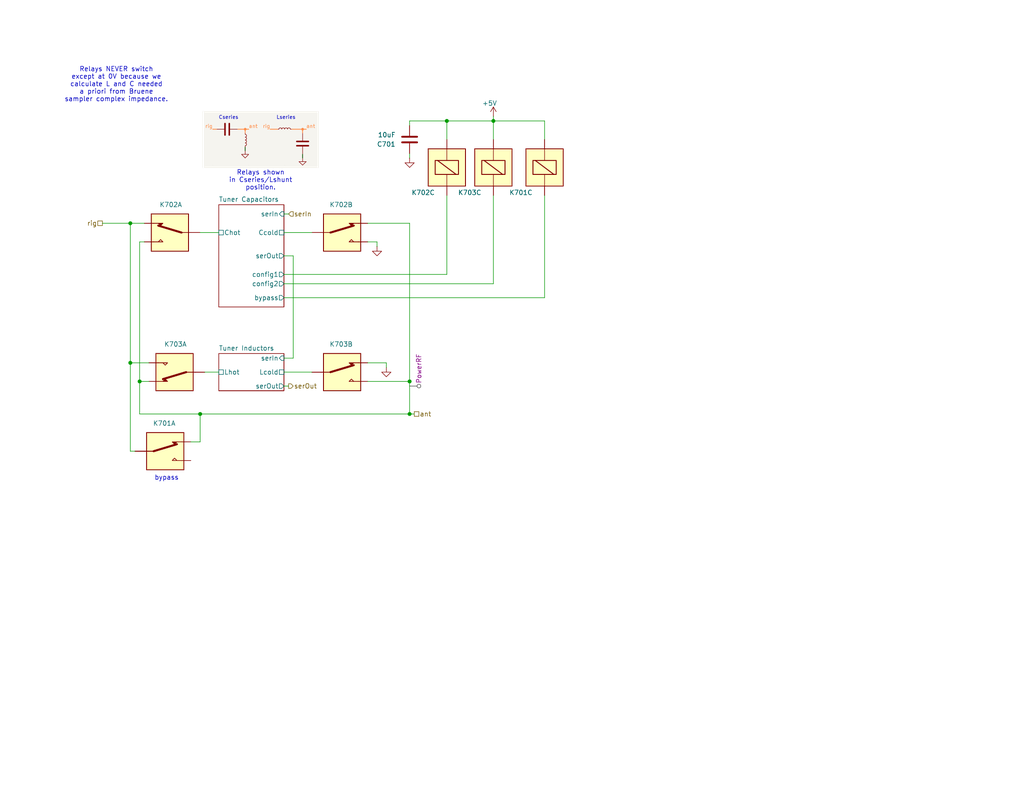
<source format=kicad_sch>
(kicad_sch (version 20250114) (generator "eeschema") (generator_version "9.0")
  (paper "USLetter")
  (title_block (title "Antenna Tuner") (date "2025-10-30") (company "WB7NAB") (comment 1 "Alan Mimms"))
  (lib_symbols
    (symbol "Device:C" (pin_numbers (hide yes)) (pin_names (offset 0.254))
      (property "Reference" "C" (at 0.635 2.54 0))
      (property "Value" "C" (at 0.635 -2.54 0))
      (symbol "C_0_1"
        (polyline (pts (xy -2.032 0.762) (xy 2.032 0.762)) (stroke (width 0.508)))
        (polyline (pts (xy -2.032 -0.762) (xy 2.032 -0.762)) (stroke (width 0.508)))
      )
      (symbol "C_1_1"
        (pin passive line (at 0 3.81 270) (length 2.794) (name "~") (number "1"))
        (pin passive line (at 0 -3.81 90) (length 2.794) (name "~") (number "2"))
      )
    )
    (symbol "TQ2-5V_1" (pin_numbers (hide yes)) (pin_names (hide yes))
      (property "Reference" "K" (at 6.35 2.794 0))
      (property "Value" "TQ2-5V" (at 9.398 0.762 0))
      (symbol "TQ2-5V_1_1_1"
        (rectangle (start -5.08 5.715) (end 5.08 -4.445) (stroke (width 0.254)) (fill (type background)))
        (polyline (pts (xy -2.54 5.08) (xy -2.54 2.54) (xy -1.905 3.175) (xy -2.54 3.81)) (fill (type outline)))
        (polyline (pts (xy -2.54 5.08) (xy -2.54 2.54) (xy -1.905 3.175) (xy -2.54 3.81)) (fill (type outline)))
        (polyline (pts (xy 0 -2.54) (xy -1.905 3.81)) (stroke (width 0.508)))
        (polyline (pts (xy 0 -2.54) (xy -1.905 3.81)) (stroke (width 0.508)))
        (polyline (pts (xy 0 -2.54) (xy 0 -5.08)))
        (polyline (pts (xy 0 -2.54) (xy 0 -5.08)))
        (polyline (pts (xy 0 -5.08) (xy 0 -1.905)))
        (polyline (pts (xy 2.54 5.08) (xy 2.54 2.54) (xy 1.905 3.175) (xy 2.54 3.81)))
        (polyline (pts (xy 2.54 5.08) (xy 2.54 2.54) (xy 1.905 3.175) (xy 2.54 3.81)))
        (pin passive line (at -2.54 7.62 270) (length 2.54) (name "NC1") (number "5"))
        (pin passive line (at -2.54 7.62 270) (length 2.54) (name "~") (number "6"))
        (pin passive line (at 0 -7.62 90) (length 2.54) (name "~") (number "16"))
        (pin passive line (at 0 -7.62 90) (length 2.54) (name "T1") (number "3"))
        (pin passive line (at 0 -7.62 90) (length 2.54) (name "~") (number "4"))
        (pin passive line (at 2.54 7.62 270) (length 2.54) (name "NO1") (number "4"))
        (pin passive line (at 2.54 7.62 270) (length 2.54) (name "~") (number "9"))
      )
      (symbol "TQ2-5V_1_2_1"
        (rectangle (start -5.08 5.715) (end 5.08 -4.445) (stroke (width 0.254)) (fill (type background)))
        (polyline (pts (xy -2.54 5.08) (xy -2.54 2.54) (xy -1.905 3.175) (xy -2.54 3.81)) (fill (type outline)))
        (polyline (pts (xy -2.54 5.08) (xy -2.54 2.54) (xy -1.905 3.175) (xy -2.54 3.81)) (fill (type outline)))
        (polyline (pts (xy 0 -2.54) (xy -1.905 3.81)) (stroke (width 0.508)))
        (polyline (pts (xy 0 -2.54) (xy -1.905 3.81)) (stroke (width 0.508)))
        (polyline (pts (xy 0 -2.54) (xy 0 -5.08)))
        (polyline (pts (xy 0 -2.54) (xy 0 -5.08)))
        (polyline (pts (xy 0 -5.08) (xy 0 -1.905)))
        (polyline (pts (xy 2.54 5.08) (xy 2.54 2.54) (xy 1.905 3.175) (xy 2.54 3.81)))
        (polyline (pts (xy 2.54 5.08) (xy 2.54 2.54) (xy 1.905 3.175) (xy 2.54 3.81)))
        (pin passive line (at -2.54 7.62 270) (length 2.54) (name "~") (number "6"))
        (pin passive line (at -2.54 7.62 270) (length 2.54) (name "NC2") (number "8"))
        (pin passive line (at 0 -7.62 90) (length 2.54) (name "~") (number "16"))
        (pin passive line (at 0 -7.62 90) (length 2.54) (name "~") (number "4"))
        (pin passive line (at 0 -7.62 90) (length 2.54) (name "T2") (number "6"))
        (pin passive line (at 2.54 7.62 270) (length 2.54) (name "NO2") (number "9"))
        (pin passive line (at 2.54 7.62 270) (length 2.54) (name "~") (number "9"))
      )
      (symbol "TQ2-5V_1_3_1"
        (rectangle (start -5.08 5.08) (end 5.08 -5.08) (stroke (width 0.254)) (fill (type background)))
        (rectangle (start -3.175 1.905) (end 3.175 -1.905) (stroke (width 0.254)))
        (polyline (pts (xy -2.54 -1.905) (xy 2.54 1.905)) (stroke (width 0.254)))
        (polyline (pts (xy 0 5.08) (xy 0 1.905)))
        (polyline (pts (xy 0 -5.08) (xy 0 -1.905)))
        (pin passive line (at 0 7.62 270) (length 2.54) (name "C1") (number "9"))
        (pin passive line (at 0 -7.62 90) (length 2.54) (name "C2") (number "10"))
      )
    )
    (symbol "TQ2-5V_17" (pin_numbers (hide yes)) (pin_names (hide yes))
      (property "Reference" "K" (at 6.35 2.794 0))
      (property "Value" "TQ2-5V" (at 9.398 0.762 0))
      (symbol "TQ2-5V_17_1_1"
        (rectangle (start -5.08 5.715) (end 5.08 -4.445) (stroke (width 0.254)) (fill (type background)))
        (polyline (pts (xy -2.54 5.08) (xy -2.54 2.54) (xy -1.905 3.175) (xy -2.54 3.81)) (fill (type outline)))
        (polyline (pts (xy -2.54 5.08) (xy -2.54 2.54) (xy -1.905 3.175) (xy -2.54 3.81)) (fill (type outline)))
        (polyline (pts (xy 0 -2.54) (xy -1.905 3.81)) (stroke (width 0.508)))
        (polyline (pts (xy 0 -2.54) (xy -1.905 3.81)) (stroke (width 0.508)))
        (polyline (pts (xy 0 -2.54) (xy 0 -5.08)))
        (polyline (pts (xy 0 -2.54) (xy 0 -5.08)))
        (polyline (pts (xy 0 -5.08) (xy 0 -1.905)))
        (polyline (pts (xy 2.54 5.08) (xy 2.54 2.54) (xy 1.905 3.175) (xy 2.54 3.81)))
        (polyline (pts (xy 2.54 5.08) (xy 2.54 2.54) (xy 1.905 3.175) (xy 2.54 3.81)))
        (pin passive line (at -2.54 7.62 270) (length 2.54) (name "NC1") (number "5"))
        (pin passive line (at -2.54 7.62 270) (length 2.54) (name "~") (number "6"))
        (pin passive line (at 0 -7.62 90) (length 2.54) (name "~") (number "16"))
        (pin passive line (at 0 -7.62 90) (length 2.54) (name "T1") (number "3"))
        (pin passive line (at 0 -7.62 90) (length 2.54) (name "~") (number "4"))
        (pin passive line (at 2.54 7.62 270) (length 2.54) (name "NO1") (number "4"))
        (pin passive line (at 2.54 7.62 270) (length 2.54) (name "~") (number "9"))
      )
      (symbol "TQ2-5V_17_2_1"
        (rectangle (start -5.08 5.715) (end 5.08 -4.445) (stroke (width 0.254)) (fill (type background)))
        (polyline (pts (xy -2.54 5.08) (xy -2.54 2.54) (xy -1.905 3.175) (xy -2.54 3.81)) (fill (type outline)))
        (polyline (pts (xy -2.54 5.08) (xy -2.54 2.54) (xy -1.905 3.175) (xy -2.54 3.81)) (fill (type outline)))
        (polyline (pts (xy 0 -2.54) (xy -1.905 3.81)) (stroke (width 0.508)))
        (polyline (pts (xy 0 -2.54) (xy -1.905 3.81)) (stroke (width 0.508)))
        (polyline (pts (xy 0 -2.54) (xy 0 -5.08)))
        (polyline (pts (xy 0 -2.54) (xy 0 -5.08)))
        (polyline (pts (xy 0 -5.08) (xy 0 -1.905)))
        (polyline (pts (xy 2.54 5.08) (xy 2.54 2.54) (xy 1.905 3.175) (xy 2.54 3.81)))
        (polyline (pts (xy 2.54 5.08) (xy 2.54 2.54) (xy 1.905 3.175) (xy 2.54 3.81)))
        (pin passive line (at -2.54 7.62 270) (length 2.54) (name "~") (number "6"))
        (pin passive line (at -2.54 7.62 270) (length 2.54) (name "NC2") (number "8"))
        (pin passive line (at 0 -7.62 90) (length 2.54) (name "~") (number "16"))
        (pin passive line (at 0 -7.62 90) (length 2.54) (name "~") (number "4"))
        (pin passive line (at 0 -7.62 90) (length 2.54) (name "T2") (number "6"))
        (pin passive line (at 2.54 7.62 270) (length 2.54) (name "NO2") (number "9"))
        (pin passive line (at 2.54 7.62 270) (length 2.54) (name "~") (number "9"))
      )
      (symbol "TQ2-5V_17_3_1"
        (rectangle (start -5.08 5.08) (end 5.08 -5.08) (stroke (width 0.254)) (fill (type background)))
        (rectangle (start -3.175 1.905) (end 3.175 -1.905) (stroke (width 0.254)))
        (polyline (pts (xy -2.54 -1.905) (xy 2.54 1.905)) (stroke (width 0.254)))
        (polyline (pts (xy 0 5.08) (xy 0 1.905)))
        (polyline (pts (xy 0 -5.08) (xy 0 -1.905)))
        (pin passive line (at 0 7.62 270) (length 2.54) (name "C1") (number "9"))
        (pin passive line (at 0 -7.62 90) (length 2.54) (name "C2") (number "10"))
      )
    )
    (symbol "TQ2-5V_2" (pin_numbers (hide yes)) (pin_names (hide yes))
      (property "Reference" "K" (at 6.35 2.794 0))
      (property "Value" "TQ2-5V" (at 9.398 0.762 0))
      (symbol "TQ2-5V_2_1_1"
        (rectangle (start -5.08 5.715) (end 5.08 -4.445) (stroke (width 0.254)) (fill (type background)))
        (polyline (pts (xy -2.54 5.08) (xy -2.54 2.54) (xy -1.905 3.175) (xy -2.54 3.81)) (fill (type outline)))
        (polyline (pts (xy -2.54 5.08) (xy -2.54 2.54) (xy -1.905 3.175) (xy -2.54 3.81)) (fill (type outline)))
        (polyline (pts (xy 0 -2.54) (xy -1.905 3.81)) (stroke (width 0.508)))
        (polyline (pts (xy 0 -2.54) (xy -1.905 3.81)) (stroke (width 0.508)))
        (polyline (pts (xy 0 -2.54) (xy 0 -5.08)))
        (polyline (pts (xy 0 -2.54) (xy 0 -5.08)))
        (polyline (pts (xy 0 -5.08) (xy 0 -1.905)))
        (polyline (pts (xy 2.54 5.08) (xy 2.54 2.54) (xy 1.905 3.175) (xy 2.54 3.81)))
        (polyline (pts (xy 2.54 5.08) (xy 2.54 2.54) (xy 1.905 3.175) (xy 2.54 3.81)))
        (pin passive line (at -2.54 7.62 270) (length 2.54) (name "NC1") (number "5"))
        (pin passive line (at -2.54 7.62 270) (length 2.54) (name "~") (number "6"))
        (pin passive line (at 0 -7.62 90) (length 2.54) (name "~") (number "16"))
        (pin passive line (at 0 -7.62 90) (length 2.54) (name "T1") (number "3"))
        (pin passive line (at 0 -7.62 90) (length 2.54) (name "~") (number "4"))
        (pin passive line (at 2.54 7.62 270) (length 2.54) (name "NO1") (number "4"))
        (pin passive line (at 2.54 7.62 270) (length 2.54) (name "~") (number "9"))
      )
      (symbol "TQ2-5V_2_2_1"
        (rectangle (start -5.08 5.715) (end 5.08 -4.445) (stroke (width 0.254)) (fill (type background)))
        (polyline (pts (xy -2.54 5.08) (xy -2.54 2.54) (xy -1.905 3.175) (xy -2.54 3.81)) (fill (type outline)))
        (polyline (pts (xy -2.54 5.08) (xy -2.54 2.54) (xy -1.905 3.175) (xy -2.54 3.81)) (fill (type outline)))
        (polyline (pts (xy 0 -2.54) (xy -1.905 3.81)) (stroke (width 0.508)))
        (polyline (pts (xy 0 -2.54) (xy -1.905 3.81)) (stroke (width 0.508)))
        (polyline (pts (xy 0 -2.54) (xy 0 -5.08)))
        (polyline (pts (xy 0 -2.54) (xy 0 -5.08)))
        (polyline (pts (xy 0 -5.08) (xy 0 -1.905)))
        (polyline (pts (xy 2.54 5.08) (xy 2.54 2.54) (xy 1.905 3.175) (xy 2.54 3.81)))
        (polyline (pts (xy 2.54 5.08) (xy 2.54 2.54) (xy 1.905 3.175) (xy 2.54 3.81)))
        (pin passive line (at -2.54 7.62 270) (length 2.54) (name "~") (number "6"))
        (pin passive line (at -2.54 7.62 270) (length 2.54) (name "NC2") (number "8"))
        (pin passive line (at 0 -7.62 90) (length 2.54) (name "~") (number "16"))
        (pin passive line (at 0 -7.62 90) (length 2.54) (name "~") (number "4"))
        (pin passive line (at 0 -7.62 90) (length 2.54) (name "T2") (number "6"))
        (pin passive line (at 2.54 7.62 270) (length 2.54) (name "NO2") (number "9"))
        (pin passive line (at 2.54 7.62 270) (length 2.54) (name "~") (number "9"))
      )
      (symbol "TQ2-5V_2_3_1"
        (rectangle (start -5.08 5.08) (end 5.08 -5.08) (stroke (width 0.254)) (fill (type background)))
        (rectangle (start -3.175 1.905) (end 3.175 -1.905) (stroke (width 0.254)))
        (polyline (pts (xy -2.54 -1.905) (xy 2.54 1.905)) (stroke (width 0.254)))
        (polyline (pts (xy 0 5.08) (xy 0 1.905)))
        (polyline (pts (xy 0 -5.08) (xy 0 -1.905)))
        (pin passive line (at 0 7.62 270) (length 2.54) (name "C1") (number "9"))
        (pin passive line (at 0 -7.62 90) (length 2.54) (name "C2") (number "10"))
      )
    )
    (symbol "TQ2-5V_3" (pin_numbers (hide yes)) (pin_names (hide yes))
      (property "Reference" "K" (at 6.35 2.794 0))
      (property "Value" "TQ2-5V" (at 9.398 0.762 0))
      (symbol "TQ2-5V_3_1_1"
        (rectangle (start -5.08 5.715) (end 5.08 -4.445) (stroke (width 0.254)) (fill (type background)))
        (polyline (pts (xy -2.54 5.08) (xy -2.54 2.54) (xy -1.905 3.175) (xy -2.54 3.81)) (fill (type outline)))
        (polyline (pts (xy -2.54 5.08) (xy -2.54 2.54) (xy -1.905 3.175) (xy -2.54 3.81)) (fill (type outline)))
        (polyline (pts (xy 0 -2.54) (xy -1.905 3.81)) (stroke (width 0.508)))
        (polyline (pts (xy 0 -2.54) (xy -1.905 3.81)) (stroke (width 0.508)))
        (polyline (pts (xy 0 -2.54) (xy 0 -5.08)))
        (polyline (pts (xy 0 -2.54) (xy 0 -5.08)))
        (polyline (pts (xy 0 -5.08) (xy 0 -1.905)))
        (polyline (pts (xy 2.54 5.08) (xy 2.54 2.54) (xy 1.905 3.175) (xy 2.54 3.81)))
        (polyline (pts (xy 2.54 5.08) (xy 2.54 2.54) (xy 1.905 3.175) (xy 2.54 3.81)))
        (pin passive line (at -2.54 7.62 270) (length 2.54) (name "NC1") (number "5"))
        (pin passive line (at -2.54 7.62 270) (length 2.54) (name "~") (number "6"))
        (pin passive line (at 0 -7.62 90) (length 2.54) (name "~") (number "16"))
        (pin passive line (at 0 -7.62 90) (length 2.54) (name "T1") (number "3"))
        (pin passive line (at 0 -7.62 90) (length 2.54) (name "~") (number "4"))
        (pin passive line (at 2.54 7.62 270) (length 2.54) (name "NO1") (number "4"))
        (pin passive line (at 2.54 7.62 270) (length 2.54) (name "~") (number "9"))
      )
      (symbol "TQ2-5V_3_2_1"
        (rectangle (start -5.08 5.715) (end 5.08 -4.445) (stroke (width 0.254)) (fill (type background)))
        (polyline (pts (xy -2.54 5.08) (xy -2.54 2.54) (xy -1.905 3.175) (xy -2.54 3.81)) (fill (type outline)))
        (polyline (pts (xy -2.54 5.08) (xy -2.54 2.54) (xy -1.905 3.175) (xy -2.54 3.81)) (fill (type outline)))
        (polyline (pts (xy 0 -2.54) (xy -1.905 3.81)) (stroke (width 0.508)))
        (polyline (pts (xy 0 -2.54) (xy -1.905 3.81)) (stroke (width 0.508)))
        (polyline (pts (xy 0 -2.54) (xy 0 -5.08)))
        (polyline (pts (xy 0 -2.54) (xy 0 -5.08)))
        (polyline (pts (xy 0 -5.08) (xy 0 -1.905)))
        (polyline (pts (xy 2.54 5.08) (xy 2.54 2.54) (xy 1.905 3.175) (xy 2.54 3.81)))
        (polyline (pts (xy 2.54 5.08) (xy 2.54 2.54) (xy 1.905 3.175) (xy 2.54 3.81)))
        (pin passive line (at -2.54 7.62 270) (length 2.54) (name "~") (number "6"))
        (pin passive line (at -2.54 7.62 270) (length 2.54) (name "NC2") (number "8"))
        (pin passive line (at 0 -7.62 90) (length 2.54) (name "~") (number "16"))
        (pin passive line (at 0 -7.62 90) (length 2.54) (name "~") (number "4"))
        (pin passive line (at 0 -7.62 90) (length 2.54) (name "T2") (number "6"))
        (pin passive line (at 2.54 7.62 270) (length 2.54) (name "NO2") (number "9"))
        (pin passive line (at 2.54 7.62 270) (length 2.54) (name "~") (number "9"))
      )
      (symbol "TQ2-5V_3_3_1"
        (rectangle (start -5.08 5.08) (end 5.08 -5.08) (stroke (width 0.254)) (fill (type background)))
        (rectangle (start -3.175 1.905) (end 3.175 -1.905) (stroke (width 0.254)))
        (polyline (pts (xy -2.54 -1.905) (xy 2.54 1.905)) (stroke (width 0.254)))
        (polyline (pts (xy 0 5.08) (xy 0 1.905)))
        (polyline (pts (xy 0 -5.08) (xy 0 -1.905)))
        (pin passive line (at 0 7.62 270) (length 2.54) (name "C1") (number "9"))
        (pin passive line (at 0 -7.62 90) (length 2.54) (name "C2") (number "10"))
      )
    )
    (symbol "TQ2-5V_4" (pin_numbers (hide yes)) (pin_names (hide yes))
      (property "Reference" "K" (at 6.35 2.794 0))
      (property "Value" "TQ2-5V" (at 9.398 0.762 0))
      (symbol "TQ2-5V_4_1_1"
        (rectangle (start -5.08 5.715) (end 5.08 -4.445) (stroke (width 0.254)) (fill (type background)))
        (polyline (pts (xy -2.54 5.08) (xy -2.54 2.54) (xy -1.905 3.175) (xy -2.54 3.81)) (fill (type outline)))
        (polyline (pts (xy -2.54 5.08) (xy -2.54 2.54) (xy -1.905 3.175) (xy -2.54 3.81)) (fill (type outline)))
        (polyline (pts (xy 0 -2.54) (xy -1.905 3.81)) (stroke (width 0.508)))
        (polyline (pts (xy 0 -2.54) (xy -1.905 3.81)) (stroke (width 0.508)))
        (polyline (pts (xy 0 -2.54) (xy 0 -5.08)))
        (polyline (pts (xy 0 -2.54) (xy 0 -5.08)))
        (polyline (pts (xy 0 -5.08) (xy 0 -1.905)))
        (polyline (pts (xy 2.54 5.08) (xy 2.54 2.54) (xy 1.905 3.175) (xy 2.54 3.81)))
        (polyline (pts (xy 2.54 5.08) (xy 2.54 2.54) (xy 1.905 3.175) (xy 2.54 3.81)))
        (pin passive line (at -2.54 7.62 270) (length 2.54) (name "NC1") (number "5"))
        (pin passive line (at -2.54 7.62 270) (length 2.54) (name "~") (number "6"))
        (pin passive line (at 0 -7.62 90) (length 2.54) (name "~") (number "16"))
        (pin passive line (at 0 -7.62 90) (length 2.54) (name "T1") (number "3"))
        (pin passive line (at 0 -7.62 90) (length 2.54) (name "~") (number "4"))
        (pin passive line (at 2.54 7.62 270) (length 2.54) (name "NO1") (number "4"))
        (pin passive line (at 2.54 7.62 270) (length 2.54) (name "~") (number "9"))
      )
      (symbol "TQ2-5V_4_2_1"
        (rectangle (start -5.08 5.715) (end 5.08 -4.445) (stroke (width 0.254)) (fill (type background)))
        (polyline (pts (xy -2.54 5.08) (xy -2.54 2.54) (xy -1.905 3.175) (xy -2.54 3.81)) (fill (type outline)))
        (polyline (pts (xy -2.54 5.08) (xy -2.54 2.54) (xy -1.905 3.175) (xy -2.54 3.81)) (fill (type outline)))
        (polyline (pts (xy 0 -2.54) (xy -1.905 3.81)) (stroke (width 0.508)))
        (polyline (pts (xy 0 -2.54) (xy -1.905 3.81)) (stroke (width 0.508)))
        (polyline (pts (xy 0 -2.54) (xy 0 -5.08)))
        (polyline (pts (xy 0 -2.54) (xy 0 -5.08)))
        (polyline (pts (xy 0 -5.08) (xy 0 -1.905)))
        (polyline (pts (xy 2.54 5.08) (xy 2.54 2.54) (xy 1.905 3.175) (xy 2.54 3.81)))
        (polyline (pts (xy 2.54 5.08) (xy 2.54 2.54) (xy 1.905 3.175) (xy 2.54 3.81)))
        (pin passive line (at -2.54 7.62 270) (length 2.54) (name "~") (number "6"))
        (pin passive line (at -2.54 7.62 270) (length 2.54) (name "NC2") (number "8"))
        (pin passive line (at 0 -7.62 90) (length 2.54) (name "~") (number "16"))
        (pin passive line (at 0 -7.62 90) (length 2.54) (name "~") (number "4"))
        (pin passive line (at 0 -7.62 90) (length 2.54) (name "T2") (number "6"))
        (pin passive line (at 2.54 7.62 270) (length 2.54) (name "NO2") (number "9"))
        (pin passive line (at 2.54 7.62 270) (length 2.54) (name "~") (number "9"))
      )
      (symbol "TQ2-5V_4_3_1"
        (rectangle (start -5.08 5.08) (end 5.08 -5.08) (stroke (width 0.254)) (fill (type background)))
        (rectangle (start -3.175 1.905) (end 3.175 -1.905) (stroke (width 0.254)))
        (polyline (pts (xy -2.54 -1.905) (xy 2.54 1.905)) (stroke (width 0.254)))
        (polyline (pts (xy 0 5.08) (xy 0 1.905)))
        (polyline (pts (xy 0 -5.08) (xy 0 -1.905)))
        (pin passive line (at 0 7.62 270) (length 2.54) (name "C1") (number "9"))
        (pin passive line (at 0 -7.62 90) (length 2.54) (name "C2") (number "10"))
      )
    )
    (symbol "TQ2-5V_5" (pin_numbers (hide yes)) (pin_names (hide yes))
      (property "Reference" "K" (at 6.35 2.794 0))
      (property "Value" "TQ2-5V" (at 9.398 0.762 0))
      (symbol "TQ2-5V_5_1_1"
        (rectangle (start -5.08 5.715) (end 5.08 -4.445) (stroke (width 0.254)) (fill (type background)))
        (polyline (pts (xy -2.54 5.08) (xy -2.54 2.54) (xy -1.905 3.175) (xy -2.54 3.81)) (fill (type outline)))
        (polyline (pts (xy -2.54 5.08) (xy -2.54 2.54) (xy -1.905 3.175) (xy -2.54 3.81)) (fill (type outline)))
        (polyline (pts (xy 0 -2.54) (xy -1.905 3.81)) (stroke (width 0.508)))
        (polyline (pts (xy 0 -2.54) (xy -1.905 3.81)) (stroke (width 0.508)))
        (polyline (pts (xy 0 -2.54) (xy 0 -5.08)))
        (polyline (pts (xy 0 -2.54) (xy 0 -5.08)))
        (polyline (pts (xy 0 -5.08) (xy 0 -1.905)))
        (polyline (pts (xy 2.54 5.08) (xy 2.54 2.54) (xy 1.905 3.175) (xy 2.54 3.81)))
        (polyline (pts (xy 2.54 5.08) (xy 2.54 2.54) (xy 1.905 3.175) (xy 2.54 3.81)))
        (pin passive line (at -2.54 7.62 270) (length 2.54) (name "NC1") (number "5"))
        (pin passive line (at -2.54 7.62 270) (length 2.54) (name "~") (number "6"))
        (pin passive line (at 0 -7.62 90) (length 2.54) (name "~") (number "16"))
        (pin passive line (at 0 -7.62 90) (length 2.54) (name "T1") (number "3"))
        (pin passive line (at 0 -7.62 90) (length 2.54) (name "~") (number "4"))
        (pin passive line (at 2.54 7.62 270) (length 2.54) (name "NO1") (number "4"))
        (pin passive line (at 2.54 7.62 270) (length 2.54) (name "~") (number "9"))
      )
      (symbol "TQ2-5V_5_2_1"
        (rectangle (start -5.08 5.715) (end 5.08 -4.445) (stroke (width 0.254)) (fill (type background)))
        (polyline (pts (xy -2.54 5.08) (xy -2.54 2.54) (xy -1.905 3.175) (xy -2.54 3.81)) (fill (type outline)))
        (polyline (pts (xy -2.54 5.08) (xy -2.54 2.54) (xy -1.905 3.175) (xy -2.54 3.81)) (fill (type outline)))
        (polyline (pts (xy 0 -2.54) (xy -1.905 3.81)) (stroke (width 0.508)))
        (polyline (pts (xy 0 -2.54) (xy -1.905 3.81)) (stroke (width 0.508)))
        (polyline (pts (xy 0 -2.54) (xy 0 -5.08)))
        (polyline (pts (xy 0 -2.54) (xy 0 -5.08)))
        (polyline (pts (xy 0 -5.08) (xy 0 -1.905)))
        (polyline (pts (xy 2.54 5.08) (xy 2.54 2.54) (xy 1.905 3.175) (xy 2.54 3.81)))
        (polyline (pts (xy 2.54 5.08) (xy 2.54 2.54) (xy 1.905 3.175) (xy 2.54 3.81)))
        (pin passive line (at -2.54 7.62 270) (length 2.54) (name "~") (number "6"))
        (pin passive line (at -2.54 7.62 270) (length 2.54) (name "NC2") (number "8"))
        (pin passive line (at 0 -7.62 90) (length 2.54) (name "~") (number "16"))
        (pin passive line (at 0 -7.62 90) (length 2.54) (name "~") (number "4"))
        (pin passive line (at 0 -7.62 90) (length 2.54) (name "T2") (number "6"))
        (pin passive line (at 2.54 7.62 270) (length 2.54) (name "NO2") (number "9"))
        (pin passive line (at 2.54 7.62 270) (length 2.54) (name "~") (number "9"))
      )
      (symbol "TQ2-5V_5_3_1"
        (rectangle (start -5.08 5.08) (end 5.08 -5.08) (stroke (width 0.254)) (fill (type background)))
        (rectangle (start -3.175 1.905) (end 3.175 -1.905) (stroke (width 0.254)))
        (polyline (pts (xy -2.54 -1.905) (xy 2.54 1.905)) (stroke (width 0.254)))
        (polyline (pts (xy 0 5.08) (xy 0 1.905)))
        (polyline (pts (xy 0 -5.08) (xy 0 -1.905)))
        (pin passive line (at 0 7.62 270) (length 2.54) (name "C1") (number "9"))
        (pin passive line (at 0 -7.62 90) (length 2.54) (name "C2") (number "10"))
      )
    )
    (symbol "TQ2-5V_6" (pin_numbers (hide yes)) (pin_names (hide yes))
      (property "Reference" "K" (at 6.35 2.794 0))
      (property "Value" "TQ2-5V" (at 9.398 0.762 0))
      (symbol "TQ2-5V_6_1_1"
        (rectangle (start -5.08 5.715) (end 5.08 -4.445) (stroke (width 0.254)) (fill (type background)))
        (polyline (pts (xy -2.54 5.08) (xy -2.54 2.54) (xy -1.905 3.175) (xy -2.54 3.81)) (fill (type outline)))
        (polyline (pts (xy -2.54 5.08) (xy -2.54 2.54) (xy -1.905 3.175) (xy -2.54 3.81)) (fill (type outline)))
        (polyline (pts (xy 0 -2.54) (xy -1.905 3.81)) (stroke (width 0.508)))
        (polyline (pts (xy 0 -2.54) (xy -1.905 3.81)) (stroke (width 0.508)))
        (polyline (pts (xy 0 -2.54) (xy 0 -5.08)))
        (polyline (pts (xy 0 -2.54) (xy 0 -5.08)))
        (polyline (pts (xy 0 -5.08) (xy 0 -1.905)))
        (polyline (pts (xy 2.54 5.08) (xy 2.54 2.54) (xy 1.905 3.175) (xy 2.54 3.81)))
        (polyline (pts (xy 2.54 5.08) (xy 2.54 2.54) (xy 1.905 3.175) (xy 2.54 3.81)))
        (pin passive line (at -2.54 7.62 270) (length 2.54) (name "NC1") (number "5"))
        (pin passive line (at -2.54 7.62 270) (length 2.54) (name "~") (number "6"))
        (pin passive line (at 0 -7.62 90) (length 2.54) (name "~") (number "16"))
        (pin passive line (at 0 -7.62 90) (length 2.54) (name "T1") (number "3"))
        (pin passive line (at 0 -7.62 90) (length 2.54) (name "~") (number "4"))
        (pin passive line (at 2.54 7.62 270) (length 2.54) (name "NO1") (number "4"))
        (pin passive line (at 2.54 7.62 270) (length 2.54) (name "~") (number "9"))
      )
      (symbol "TQ2-5V_6_2_1"
        (rectangle (start -5.08 5.715) (end 5.08 -4.445) (stroke (width 0.254)) (fill (type background)))
        (polyline (pts (xy -2.54 5.08) (xy -2.54 2.54) (xy -1.905 3.175) (xy -2.54 3.81)) (fill (type outline)))
        (polyline (pts (xy -2.54 5.08) (xy -2.54 2.54) (xy -1.905 3.175) (xy -2.54 3.81)) (fill (type outline)))
        (polyline (pts (xy 0 -2.54) (xy -1.905 3.81)) (stroke (width 0.508)))
        (polyline (pts (xy 0 -2.54) (xy -1.905 3.81)) (stroke (width 0.508)))
        (polyline (pts (xy 0 -2.54) (xy 0 -5.08)))
        (polyline (pts (xy 0 -2.54) (xy 0 -5.08)))
        (polyline (pts (xy 0 -5.08) (xy 0 -1.905)))
        (polyline (pts (xy 2.54 5.08) (xy 2.54 2.54) (xy 1.905 3.175) (xy 2.54 3.81)))
        (polyline (pts (xy 2.54 5.08) (xy 2.54 2.54) (xy 1.905 3.175) (xy 2.54 3.81)))
        (pin passive line (at -2.54 7.62 270) (length 2.54) (name "~") (number "6"))
        (pin passive line (at -2.54 7.62 270) (length 2.54) (name "NC2") (number "8"))
        (pin passive line (at 0 -7.62 90) (length 2.54) (name "~") (number "16"))
        (pin passive line (at 0 -7.62 90) (length 2.54) (name "~") (number "4"))
        (pin passive line (at 0 -7.62 90) (length 2.54) (name "T2") (number "6"))
        (pin passive line (at 2.54 7.62 270) (length 2.54) (name "NO2") (number "9"))
        (pin passive line (at 2.54 7.62 270) (length 2.54) (name "~") (number "9"))
      )
      (symbol "TQ2-5V_6_3_1"
        (rectangle (start -5.08 5.08) (end 5.08 -5.08) (stroke (width 0.254)) (fill (type background)))
        (rectangle (start -3.175 1.905) (end 3.175 -1.905) (stroke (width 0.254)))
        (polyline (pts (xy -2.54 -1.905) (xy 2.54 1.905)) (stroke (width 0.254)))
        (polyline (pts (xy 0 5.08) (xy 0 1.905)))
        (polyline (pts (xy 0 -5.08) (xy 0 -1.905)))
        (pin passive line (at 0 7.62 270) (length 2.54) (name "C1") (number "9"))
        (pin passive line (at 0 -7.62 90) (length 2.54) (name "C2") (number "10"))
      )
    )
    (symbol "TQ2-5V_7" (pin_numbers (hide yes)) (pin_names (hide yes))
      (property "Reference" "K" (at 6.35 2.794 0))
      (property "Value" "TQ2-5V" (at 9.398 0.762 0))
      (symbol "TQ2-5V_7_1_1"
        (rectangle (start -5.08 5.715) (end 5.08 -4.445) (stroke (width 0.254)) (fill (type background)))
        (polyline (pts (xy -2.54 5.08) (xy -2.54 2.54) (xy -1.905 3.175) (xy -2.54 3.81)) (fill (type outline)))
        (polyline (pts (xy -2.54 5.08) (xy -2.54 2.54) (xy -1.905 3.175) (xy -2.54 3.81)) (fill (type outline)))
        (polyline (pts (xy 0 -2.54) (xy -1.905 3.81)) (stroke (width 0.508)))
        (polyline (pts (xy 0 -2.54) (xy -1.905 3.81)) (stroke (width 0.508)))
        (polyline (pts (xy 0 -2.54) (xy 0 -5.08)))
        (polyline (pts (xy 0 -2.54) (xy 0 -5.08)))
        (polyline (pts (xy 0 -5.08) (xy 0 -1.905)))
        (polyline (pts (xy 2.54 5.08) (xy 2.54 2.54) (xy 1.905 3.175) (xy 2.54 3.81)))
        (polyline (pts (xy 2.54 5.08) (xy 2.54 2.54) (xy 1.905 3.175) (xy 2.54 3.81)))
        (pin passive line (at -2.54 7.62 270) (length 2.54) (name "NC1") (number "5"))
        (pin passive line (at -2.54 7.62 270) (length 2.54) (name "~") (number "6"))
        (pin passive line (at 0 -7.62 90) (length 2.54) (name "~") (number "16"))
        (pin passive line (at 0 -7.62 90) (length 2.54) (name "T1") (number "3"))
        (pin passive line (at 0 -7.62 90) (length 2.54) (name "~") (number "4"))
        (pin passive line (at 2.54 7.62 270) (length 2.54) (name "NO1") (number "4"))
        (pin passive line (at 2.54 7.62 270) (length 2.54) (name "~") (number "9"))
      )
      (symbol "TQ2-5V_7_2_1"
        (rectangle (start -5.08 5.715) (end 5.08 -4.445) (stroke (width 0.254)) (fill (type background)))
        (polyline (pts (xy -2.54 5.08) (xy -2.54 2.54) (xy -1.905 3.175) (xy -2.54 3.81)) (fill (type outline)))
        (polyline (pts (xy -2.54 5.08) (xy -2.54 2.54) (xy -1.905 3.175) (xy -2.54 3.81)) (fill (type outline)))
        (polyline (pts (xy 0 -2.54) (xy -1.905 3.81)) (stroke (width 0.508)))
        (polyline (pts (xy 0 -2.54) (xy -1.905 3.81)) (stroke (width 0.508)))
        (polyline (pts (xy 0 -2.54) (xy 0 -5.08)))
        (polyline (pts (xy 0 -2.54) (xy 0 -5.08)))
        (polyline (pts (xy 0 -5.08) (xy 0 -1.905)))
        (polyline (pts (xy 2.54 5.08) (xy 2.54 2.54) (xy 1.905 3.175) (xy 2.54 3.81)))
        (polyline (pts (xy 2.54 5.08) (xy 2.54 2.54) (xy 1.905 3.175) (xy 2.54 3.81)))
        (pin passive line (at -2.54 7.62 270) (length 2.54) (name "~") (number "6"))
        (pin passive line (at -2.54 7.62 270) (length 2.54) (name "NC2") (number "8"))
        (pin passive line (at 0 -7.62 90) (length 2.54) (name "~") (number "16"))
        (pin passive line (at 0 -7.62 90) (length 2.54) (name "~") (number "4"))
        (pin passive line (at 0 -7.62 90) (length 2.54) (name "T2") (number "6"))
        (pin passive line (at 2.54 7.62 270) (length 2.54) (name "NO2") (number "9"))
        (pin passive line (at 2.54 7.62 270) (length 2.54) (name "~") (number "9"))
      )
      (symbol "TQ2-5V_7_3_1"
        (rectangle (start -5.08 5.08) (end 5.08 -5.08) (stroke (width 0.254)) (fill (type background)))
        (rectangle (start -3.175 1.905) (end 3.175 -1.905) (stroke (width 0.254)))
        (polyline (pts (xy -2.54 -1.905) (xy 2.54 1.905)) (stroke (width 0.254)))
        (polyline (pts (xy 0 5.08) (xy 0 1.905)))
        (polyline (pts (xy 0 -5.08) (xy 0 -1.905)))
        (pin passive line (at 0 7.62 270) (length 2.54) (name "C1") (number "9"))
        (pin passive line (at 0 -7.62 90) (length 2.54) (name "C2") (number "10"))
      )
    )
    (symbol "power:+5V" (power) (pin_numbers (hide yes)) (pin_names (offset 0) (hide yes))
      (property "Value" "+5V" (at 0 3.556 0))
      (symbol "+5V_0_1"
        (polyline (pts (xy -0.762 1.27) (xy 0 2.54)))
        (polyline (pts (xy 0 2.54) (xy 0.762 1.27)))
        (polyline (pts (xy 0 0) (xy 0 2.54)))
      )
      (symbol "+5V_1_1"
        (pin power_in line (at 0 0 90) (length 0) (name "~") (number "1"))
      )
    )
    (symbol "power:GND" (power) (pin_numbers (hide yes)) (pin_names (offset 0) (hide yes))
      (property "Value" "GND" (at 0 -3.81 0))
      (symbol "GND_0_1"
        (polyline (pts (xy 0 0) (xy 0 -1.27) (xy 1.27 -1.27) (xy 0 -2.54) (xy -1.27 -1.27) (xy 0 -1.27)))
      )
      (symbol "GND_1_1"
        (pin power_in line (at 0 0 270) (length 0) (name "~") (number "1"))
      )
    )
  )
  (text "Relays NEVER switch\nexcept at 0V because we\ncalculate L and C needed\na priori from Bruene\nsampler complex impedance." (at 31.75 23.114 0) (effects (font (size 1.27 1.27))))
  (text "Relays shown\nin Cseries/Lshunt\nposition." (at 71.12 49.276 0) (effects (font (size 1.27 1.27))))
  (text "bypass" (at 45.466 130.556 0) (effects (font (size 1.27 1.27))))
  (junction (at 121.92 33.02))
  (junction (at 35.56 99.06))
  (junction (at 38.1 104.14))
  (junction (at 54.61 113.03))
  (junction (at 111.76 113.03))
  (junction (at 35.56 60.96))
  (junction (at 111.76 104.14))
  (junction (at 134.62 33.02))
  (wire (pts (xy 38.1 104.14) (xy 38.1 113.03)))
  (wire (pts (xy 134.62 31.75) (xy 134.62 33.02)))
  (wire (pts (xy 52.07 120.65) (xy 54.61 120.65)))
  (wire (pts (xy 148.59 33.02) (xy 134.62 33.02)))
  (wire (pts (xy 54.61 113.03) (xy 111.76 113.03)))
  (wire (pts (xy 121.92 33.02) (xy 134.62 33.02)))
  (wire (pts (xy 54.61 63.5) (xy 59.69 63.5)))
  (wire (pts (xy 134.62 77.47) (xy 134.62 53.34)))
  (wire (pts (xy 77.47 81.28) (xy 148.59 81.28)))
  (wire (pts (xy 100.33 104.14) (xy 111.76 104.14)))
  (wire (pts (xy 111.76 33.02) (xy 121.92 33.02)))
  (wire (pts (xy 105.41 100.33) (xy 105.41 99.06)))
  (wire (pts (xy 134.62 33.02) (xy 134.62 38.1)))
  (wire (pts (xy 102.87 67.31) (xy 102.87 66.04)))
  (wire (pts (xy 77.47 77.47) (xy 134.62 77.47)))
  (wire (pts (xy 35.56 60.96) (xy 39.37 60.96)))
  (wire (pts (xy 77.47 58.42) (xy 78.74 58.42)))
  (wire (pts (xy 55.88 101.6) (xy 59.69 101.6)))
  (wire (pts (xy 111.76 113.03) (xy 113.03 113.03)))
  (wire (pts (xy 148.59 38.1) (xy 148.59 33.02)))
  (wire (pts (xy 111.76 60.96) (xy 111.76 104.14)))
  (wire (pts (xy 54.61 120.65) (xy 54.61 113.03)))
  (wire (pts (xy 105.41 99.06) (xy 100.33 99.06)))
  (wire (pts (xy 36.83 123.19) (xy 35.56 123.19)))
  (wire (pts (xy 38.1 66.04) (xy 38.1 104.14)))
  (wire (pts (xy 102.87 66.04) (xy 100.33 66.04)))
  (wire (pts (xy 121.92 33.02) (xy 121.92 38.1)))
  (wire (pts (xy 80.01 69.85) (xy 80.01 97.79)))
  (wire (pts (xy 111.76 60.96) (xy 100.33 60.96)))
  (wire (pts (xy 40.64 99.06) (xy 35.56 99.06)))
  (wire (pts (xy 35.56 99.06) (xy 35.56 123.19)))
  (wire (pts (xy 77.47 74.93) (xy 121.92 74.93)))
  (wire (pts (xy 38.1 113.03) (xy 54.61 113.03)))
  (wire (pts (xy 27.94 60.96) (xy 35.56 60.96)))
  (wire (pts (xy 80.01 97.79) (xy 77.47 97.79)))
  (wire (pts (xy 77.47 63.5) (xy 85.09 63.5)))
  (wire (pts (xy 148.59 81.28) (xy 148.59 53.34)))
  (wire (pts (xy 77.47 105.41) (xy 78.74 105.41)))
  (wire (pts (xy 77.47 101.6) (xy 85.09 101.6)))
  (wire (pts (xy 111.76 104.14) (xy 111.76 113.03)))
  (wire (pts (xy 111.76 41.91) (xy 111.76 43.18)))
  (wire (pts (xy 40.64 104.14) (xy 38.1 104.14)))
  (wire (pts (xy 39.37 66.04) (xy 38.1 66.04)))
  (wire (pts (xy 77.47 69.85) (xy 80.01 69.85)))
  (wire (pts (xy 121.92 74.93) (xy 121.92 53.34)))
  (wire (pts (xy 111.76 33.02) (xy 111.76 34.29)))
  (wire (pts (xy 35.56 60.96) (xy 35.56 99.06)))
  (image (at 71.12 38.1) (scale 0.53328))
  (hierarchical_label "serOut" (shape output) (at 78.74 105.41 0))
  (hierarchical_label "rig" (shape passive) (at 27.94 60.96 180))
  (hierarchical_label "ant" (shape passive) (at 113.03 113.03 0))
  (hierarchical_label "serIn" (shape input) (at 78.74 58.42 0))
  (netclass_flag "" (length 2.54) (shape round) (at 111.76 105.41 270) (property "Netclass" "PowerRF" (at 114.3 104.7115 90) (effects (justify left))))
  (symbol (lib_id "power:GND") (at 111.76 43.18 0) (unit 1)
    (property "Reference" "#PWR0703" (effects (hide yes)))
    (property "Value" "GND" (effects (hide yes)))
    (property "Description" "Power symbol creates a global label with name \"GND\" , ground" (effects (hide yes)))
  )
  (symbol (lib_name "TQ2-5V_17") (lib_id "Library:TQ2-5V") (at 121.92 45.72 0) (mirror x) (unit 3)
    (property "Reference" "K702" (at 112.268 52.578 0) (effects (justify left)))
    (property "Value" "TQ2-5V" (effects (hide yes)))
    (property "Footprint" "symbols:RELAY_TQ2_PAN" (effects (hide yes)))
  )
  (symbol (lib_id "power:GND") (at 105.41 100.33 0) (unit 1)
    (property "Reference" "#PWR0702" (effects (hide yes)))
    (property "Value" "GND" (effects (hide yes)))
    (property "Description" "Power symbol creates a global label with name \"GND\" , ground" (effects (hide yes)))
  )
  (symbol (lib_name "TQ2-5V_5") (lib_id "Library:TQ2-5V") (at 92.71 101.6 270) (unit 2)
    (property "Reference" "K703" (at 93.091 93.98 90))
    (property "Value" "TQ2-5V" (effects (hide yes)))
    (property "Footprint" "symbols:RELAY_TQ2_PAN" (effects (hide yes)))
  )
  (symbol (lib_name "TQ2-5V_6") (lib_id "Library:TQ2-5V") (at 148.59 45.72 0) (mirror x) (unit 3)
    (property "Reference" "K701" (at 138.938 52.578 0) (effects (justify left)))
    (property "Value" "TQ2-5V" (effects (hide yes)))
    (property "Footprint" "symbols:RELAY_TQ2_PAN" (effects (hide yes)))
  )
  (symbol (lib_name "TQ2-5V_2") (lib_id "Library:TQ2-5V") (at 46.99 63.5 90) (mirror x) (unit 1)
    (property "Reference" "K702" (at 46.609 55.88 90))
    (property "Value" "TQ2-5V" (effects (hide yes)))
    (property "Footprint" "symbols:RELAY_TQ2_PAN" (effects (hide yes)))
  )
  (symbol (lib_name "TQ2-5V_4") (lib_id "Library:TQ2-5V") (at 48.26 101.6 90) (unit 1)
    (property "Reference" "K703" (at 47.879 93.98 90))
    (property "Value" "TQ2-5V" (effects (hide yes)))
    (property "Footprint" "symbols:RELAY_TQ2_PAN" (effects (hide yes)))
  )
  (symbol (lib_id "power:GND") (at 102.87 67.31 0) (unit 1)
    (property "Reference" "#PWR0701" (effects (hide yes)))
    (property "Value" "GND" (effects (hide yes)))
    (property "Description" "Power symbol creates a global label with name \"GND\" , ground" (effects (hide yes)))
  )
  (symbol (lib_id "Device:C") (at 111.76 38.1 0) (mirror x) (unit 1)
    (property "Reference" "C701" (at 107.95 39.3701 0) (effects (justify right)))
    (property "Value" "10uF" (at 107.95 36.8301 0) (effects (justify right)))
    (property "Footprint" "Capacitor_SMD:C_1206_3216Metric" (effects (hide yes)))
    (property "Description" "Unpolarized capacitor" (effects (hide yes)))
  )
  (symbol (lib_id "power:+5V") (at 134.62 31.75 0) (mirror y) (unit 1)
    (property "Reference" "#PWR0704" (effects (hide yes)))
    (property "Value" "+5V" (at 135.636 28.194 0) (effects (justify left)))
    (property "Description" "Power symbol creates a global label with name \"+5V\"" (effects (hide yes)))
  )
  (symbol (lib_name "TQ2-5V_3") (lib_id "Library:TQ2-5V") (at 92.71 63.5 270) (unit 2)
    (property "Reference" "K702" (at 93.091 55.88 90))
    (property "Value" "TQ2-5V" (effects (hide yes)))
    (property "Footprint" "symbols:RELAY_TQ2_PAN" (effects (hide yes)))
  )
  (symbol (lib_name "TQ2-5V_7") (lib_id "Library:TQ2-5V") (at 44.45 123.19 270) (unit 1)
    (property "Reference" "K701" (at 44.831 115.57 90))
    (property "Value" "TQ2-5V" (effects (hide yes)))
    (property "Footprint" "symbols:RELAY_TQ2_PAN" (effects (hide yes)))
  )
  (symbol (lib_name "TQ2-5V_1") (lib_id "Library:TQ2-5V") (at 134.62 45.72 0) (mirror x) (unit 3)
    (property "Reference" "K703" (at 124.968 52.578 0) (effects (justify left)))
    (property "Value" "TQ2-5V" (effects (hide yes)))
    (property "Footprint" "symbols:RELAY_TQ2_PAN" (effects (hide yes)))
  )
  (sheet (at 59.69 55.88) (size 17.78 27.94) (stroke (width 0.1524))
    (property "Sheetname" "Tuner Capacitors" (at 59.69 55.1684 0) (effects (justify left bottom)))
    (property "Sheetfile" "tuner-caps.kicad_sch" (effects (hide yes)))
    (pin "serOut" output (at 77.47 69.85 0))
    (pin "serIn" input (at 77.47 58.42 0))
    (pin "config1" output (at 77.47 74.93 0))
    (pin "config2" output (at 77.47 77.47 0))
    (pin "Ccold" passive (at 77.47 63.5 0))
    (pin "Chot" passive (at 59.69 63.5 180))
    (pin "bypass" output (at 77.47 81.28 0))
  )
  (sheet (at 59.69 96.52) (size 17.78 10.16) (stroke (width 0.1524))
    (property "Sheetname" "Tuner Inductors" (at 59.69 95.8084 0) (effects (justify left bottom)))
    (property "Sheetfile" "tuner-inductors.kicad_sch" (effects (hide yes)))
    (pin "Lcold" passive (at 77.47 101.6 0))
    (pin "Lhot" passive (at 59.69 101.6 180))
    (pin "serIn" input (at 77.47 97.79 0))
    (pin "serOut" output (at 77.47 105.41 0))
  )
)
</source>
